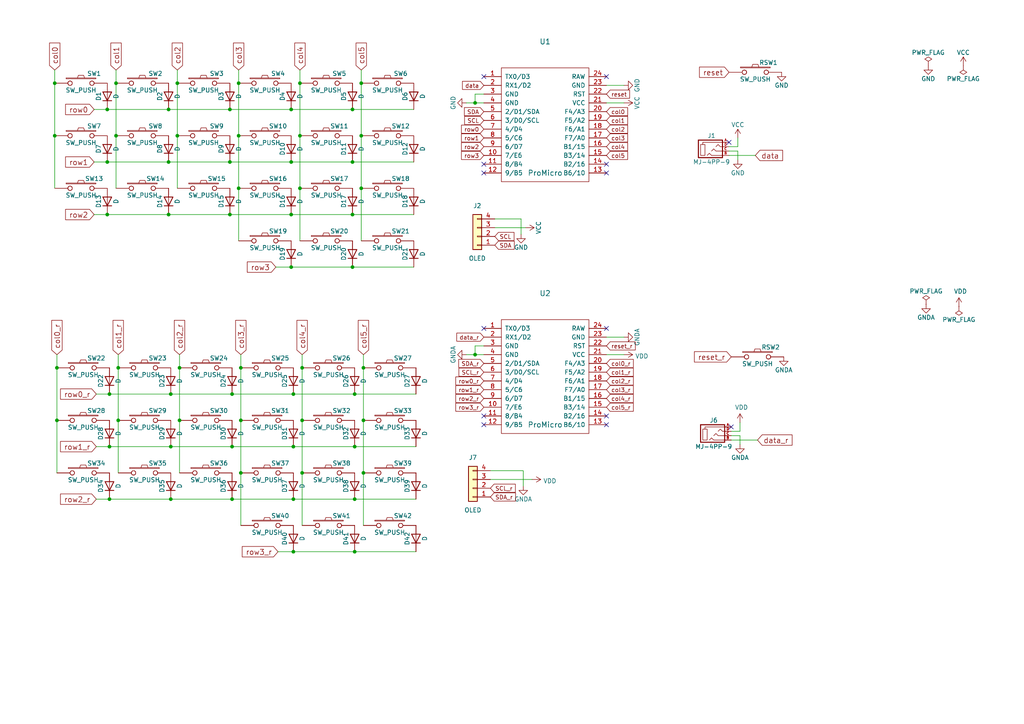
<source format=kicad_sch>
(kicad_sch (version 20230121) (generator eeschema)
  (paper "A4")
  (title_block (title "Corne Light") (date "2020-10-13") (rev "2.0") (company "foostan"))
  (lib_symbols
    (symbol "Connector_Generic:Conn_01x04" (pin_names (offset 1.016) hide)
      (property "Reference" "J" (at 0 5.08 0))
      (property "Value" "Conn_01x04" (at 0 -7.62 0))
      (symbol "Conn_01x04_1_1"
        (rectangle (start -1.27 -4.953) (end 0 -5.207) (stroke (width 0.1524)))
        (rectangle (start -1.27 -2.413) (end 0 -2.667) (stroke (width 0.1524)))
        (rectangle (start -1.27 0.127) (end 0 -0.127) (stroke (width 0.1524)))
        (rectangle (start -1.27 2.667) (end 0 2.413) (stroke (width 0.1524)))
        (rectangle (start -1.27 3.81) (end 1.27 -6.35) (stroke (width 0.254)) (fill (type background)))
        (pin passive line (at -5.08 2.54 0) (length 3.81) (name "Pin_1") (number "1"))
        (pin passive line (at -5.08 0 0) (length 3.81) (name "Pin_2") (number "2"))
        (pin passive line (at -5.08 -2.54 0) (length 3.81) (name "Pin_3") (number "3"))
        (pin passive line (at -5.08 -5.08 0) (length 3.81) (name "Pin_4") (number "4"))
      )
    )
    (symbol "Device:D" (pin_numbers hide) (pin_names (offset 1.016) hide)
      (property "Reference" "D" (at 0 2.54 0))
      (property "Value" "D" (at 0 -2.54 0))
      (symbol "D_0_1"
        (polyline (pts (xy -1.27 1.27) (xy -1.27 -1.27)) (stroke (width 0.254)))
        (polyline (pts (xy 1.27 0) (xy -1.27 0)))
        (polyline (pts (xy 1.27 1.27) (xy 1.27 -1.27) (xy -1.27 0) (xy 1.27 1.27)) (stroke (width 0.254)))
      )
      (symbol "D_1_1"
        (pin passive line (at -3.81 0 0) (length 2.54) (name "K") (number "1"))
        (pin passive line (at 3.81 0 180) (length 2.54) (name "A") (number "2"))
      )
    )
    (symbol "corne-light-rescue:MJ-4PP-9-kbd" (pin_names (offset 1.016))
      (property "Reference" "J" (at 0 3.81 0))
      (property "Value" "kbd_MJ-4PP-9" (at 0 -3.81 0))
      (symbol "MJ-4PP-9-kbd_0_1"
        (rectangle (start -1.905 -1.905) (end -3.175 1.27))
        (polyline (pts (xy -2.54 1.27) (xy -2.54 1.905) (xy 3.175 1.905)))
        (polyline (pts (xy -1.27 -1.905) (xy -0.635 -1.27) (xy 0 -1.905) (xy 3.175 -1.905)))
        (polyline (pts (xy 0 -0.635) (xy 0.635 0) (xy 1.27 -0.635) (xy 3.175 -0.635)))
        (polyline (pts (xy 1.27 0.635) (xy 1.905 1.27) (xy 2.54 0.635) (xy 3.175 0.635)))
        (rectangle (start 3.175 2.54) (end -3.81 -2.54) (stroke (width 0.3048)))
      )
      (symbol "MJ-4PP-9-kbd_1_1"
        (pin input line (at 5.08 1.905 180) (length 2.0066) (name "~") (number "A"))
        (pin input line (at 5.08 -1.905 180) (length 2.0066) (name "~") (number "B"))
        (pin input line (at 5.08 -0.635 180) (length 2.0066) (name "~") (number "C"))
        (pin input line (at 5.08 0.635 180) (length 2.0066) (name "~") (number "D"))
      )
    )
    (symbol "corne-light-rescue:ProMicro-kbd" (pin_names (offset 1.016))
      (property "Reference" "U" (at 0 19.05 0))
      (property "Value" "kbd_ProMicro" (at 0 -19.05 0))
      (symbol "ProMicro-kbd_0_1"
        (rectangle (start -12.7 16.51) (end 12.7 -16.51))
      )
      (symbol "ProMicro-kbd_1_1"
        (pin bidirectional line (at -17.78 13.97 0) (length 5.08) (name "TX0/D3") (number "1"))
        (pin bidirectional line (at -17.78 -8.89 0) (length 5.08) (name "7/E6") (number "10"))
        (pin bidirectional line (at -17.78 -11.43 0) (length 5.08) (name "8/B4") (number "11"))
        (pin bidirectional line (at -17.78 -13.97 0) (length 5.08) (name "9/B5") (number "12"))
        (pin bidirectional line (at 17.78 -13.97 180) (length 5.08) (name "B6/10") (number "13"))
        (pin bidirectional line (at 17.78 -11.43 180) (length 5.08) (name "B2/16") (number "14"))
        (pin bidirectional line (at 17.78 -8.89 180) (length 5.08) (name "B3/14") (number "15"))
        (pin bidirectional line (at 17.78 -6.35 180) (length 5.08) (name "B1/15") (number "16"))
        (pin bidirectional line (at 17.78 -3.81 180) (length 5.08) (name "F7/A0") (number "17"))
        (pin bidirectional line (at 17.78 -1.27 180) (length 5.08) (name "F6/A1") (number "18"))
        (pin bidirectional line (at 17.78 1.27 180) (length 5.08) (name "F5/A2") (number "19"))
        (pin bidirectional line (at -17.78 11.43 0) (length 5.08) (name "RX1/D2") (number "2"))
        (pin bidirectional line (at 17.78 3.81 180) (length 5.08) (name "F4/A3") (number "20"))
        (pin power_in line (at 17.78 6.35 180) (length 5.08) (name "VCC") (number "21"))
        (pin input line (at 17.78 8.89 180) (length 5.08) (name "RST") (number "22"))
        (pin power_in line (at 17.78 11.43 180) (length 5.08) (name "GND") (number "23"))
        (pin power_out line (at 17.78 13.97 180) (length 5.08) (name "RAW") (number "24"))
        (pin power_in line (at -17.78 8.89 0) (length 5.08) (name "GND") (number "3"))
        (pin power_in line (at -17.78 6.35 0) (length 5.08) (name "GND") (number "4"))
        (pin bidirectional line (at -17.78 3.81 0) (length 5.08) (name "2/D1/SDA") (number "5"))
        (pin bidirectional line (at -17.78 1.27 0) (length 5.08) (name "3/D0/SCL") (number "6"))
        (pin bidirectional line (at -17.78 -1.27 0) (length 5.08) (name "4/D4") (number "7"))
        (pin bidirectional line (at -17.78 -3.81 0) (length 5.08) (name "5/C6") (number "8"))
        (pin bidirectional line (at -17.78 -6.35 0) (length 5.08) (name "6/D7") (number "9"))
      )
    )
    (symbol "corne-light-rescue:SW_PUSH-kbd" (pin_numbers hide) (pin_names (offset 1.016) hide)
      (property "Reference" "SW" (at 3.81 2.794 0))
      (property "Value" "kbd_SW_PUSH" (at 0 -2.032 0))
      (symbol "SW_PUSH-kbd_0_1"
        (rectangle (start -4.318 1.27) (end 4.318 1.524))
        (polyline (pts (xy -1.016 1.524) (xy -0.762 2.286) (xy 0.762 2.286) (xy 1.016 1.524)))
        (pin passive inverted (at -7.62 0 0) (length 5.08) (name "1") (number "1"))
        (pin passive inverted (at 7.62 0 180) (length 5.08) (name "2") (number "2"))
      )
    )
    (symbol "power:GND" (power) (pin_names (offset 0))
      (property "Value" "GND" (at 0 -3.81 0))
      (symbol "GND_0_1"
        (polyline (pts (xy 0 0) (xy 0 -1.27) (xy 1.27 -1.27) (xy 0 -2.54) (xy -1.27 -1.27) (xy 0 -1.27)))
      )
      (symbol "GND_1_1"
        (pin power_in line (at 0 0 270) (length 0) hide (name "GND") (number "1"))
      )
    )
    (symbol "power:GNDA" (power) (pin_names (offset 0))
      (property "Value" "GNDA" (at 0 -3.81 0))
      (symbol "GNDA_0_1"
        (polyline (pts (xy 0 0) (xy 0 -1.27) (xy 1.27 -1.27) (xy 0 -2.54) (xy -1.27 -1.27) (xy 0 -1.27)))
      )
      (symbol "GNDA_1_1"
        (pin power_in line (at 0 0 270) (length 0) hide (name "GNDA") (number "1"))
      )
    )
    (symbol "power:PWR_FLAG" (power) (pin_numbers hide) (pin_names (offset 0) hide)
      (property "Value" "PWR_FLAG" (at 0 3.81 0))
      (symbol "PWR_FLAG_0_0"
        (pin power_out line (at 0 0 90) (length 0) (name "pwr") (number "1"))
      )
      (symbol "PWR_FLAG_0_1"
        (polyline (pts (xy 0 0) (xy 0 1.27) (xy -1.016 1.905) (xy 0 2.54) (xy 1.016 1.905) (xy 0 1.27)))
      )
    )
    (symbol "power:VCC" (power) (pin_names (offset 0))
      (property "Value" "VCC" (at 0 3.81 0))
      (symbol "VCC_0_1"
        (polyline (pts (xy -0.762 1.27) (xy 0 2.54)))
        (polyline (pts (xy 0 0) (xy 0 2.54)))
        (polyline (pts (xy 0 2.54) (xy 0.762 1.27)))
      )
      (symbol "VCC_1_1"
        (pin power_in line (at 0 0 90) (length 0) hide (name "VCC") (number "1"))
      )
    )
    (symbol "power:VDD" (power) (pin_names (offset 0))
      (property "Value" "VDD" (at 0 3.81 0))
      (symbol "VDD_0_1"
        (polyline (pts (xy -0.762 1.27) (xy 0 2.54)))
        (polyline (pts (xy 0 0) (xy 0 2.54)))
        (polyline (pts (xy 0 2.54) (xy 0.762 1.27)))
      )
      (symbol "VDD_1_1"
        (pin power_in line (at 0 0 90) (length 0) hide (name "VDD") (number "1"))
      )
    )
  )
  (junction (at 34.29 106.68))
  (junction (at 105.41 121.92))
  (junction (at 69.215 54.61))
  (junction (at 16.51 106.68))
  (junction (at 104.775 39.37))
  (junction (at 49.53 114.3))
  (junction (at 48.895 62.23))
  (junction (at 48.895 31.75))
  (junction (at 16.51 121.92))
  (junction (at 31.75 114.3))
  (junction (at 69.85 106.68))
  (junction (at 87.63 121.92))
  (junction (at 102.87 144.78))
  (junction (at 87.63 106.68))
  (junction (at 87.63 137.16))
  (junction (at 31.75 129.54))
  (junction (at 102.87 129.54))
  (junction (at 51.435 39.37))
  (junction (at 102.235 46.99))
  (junction (at 31.75 144.78))
  (junction (at 31.115 31.75))
  (junction (at 69.215 24.13))
  (junction (at 66.675 62.23))
  (junction (at 102.87 160.02))
  (junction (at 52.07 106.68))
  (junction (at 69.85 121.92))
  (junction (at 85.09 160.02))
  (junction (at 84.455 62.23))
  (junction (at 86.995 39.37))
  (junction (at 67.31 144.78))
  (junction (at 48.895 46.99))
  (junction (at 69.215 39.37))
  (junction (at 52.07 121.92))
  (junction (at 67.31 114.3))
  (junction (at 31.115 62.23))
  (junction (at 105.41 137.16))
  (junction (at 84.455 77.47))
  (junction (at 67.31 129.54))
  (junction (at 104.775 24.13))
  (junction (at 102.235 77.47))
  (junction (at 86.995 24.13))
  (junction (at 31.115 46.99))
  (junction (at 85.09 144.78))
  (junction (at 84.455 31.75))
  (junction (at 137.795 102.87))
  (junction (at 85.09 129.54))
  (junction (at 66.675 31.75))
  (junction (at 85.09 114.3))
  (junction (at 33.655 24.13))
  (junction (at 102.235 31.75))
  (junction (at 49.53 144.78))
  (junction (at 86.995 54.61))
  (junction (at 102.235 62.23))
  (junction (at 137.795 29.845))
  (junction (at 69.85 137.16))
  (junction (at 51.435 24.13))
  (junction (at 49.53 129.54))
  (junction (at 34.29 121.92))
  (junction (at 15.875 39.37))
  (junction (at 15.875 24.13))
  (junction (at 102.87 114.3))
  (junction (at 105.41 106.68))
  (junction (at 33.655 39.37))
  (junction (at 104.775 54.61))
  (junction (at 84.455 46.99))
  (junction (at 66.675 46.99))
  (no_connect (at 175.895 22.225))
  (no_connect (at 140.335 47.625))
  (no_connect (at 212.09 123.825))
  (no_connect (at 140.335 95.25))
  (no_connect (at 140.335 50.165))
  (no_connect (at 6.35 -20.955))
  (no_connect (at 175.895 123.19))
  (no_connect (at 175.895 47.625))
  (no_connect (at 175.895 50.165))
  (no_connect (at 175.895 120.65))
  (no_connect (at 211.455 41.275))
  (no_connect (at 140.335 120.65))
  (no_connect (at 140.335 22.225))
  (no_connect (at 175.895 95.25))
  (no_connect (at 140.335 123.19))
  (wire (pts (xy 69.85 106.68) (xy 69.85 121.92)))
  (wire (pts (xy 69.215 54.61) (xy 69.215 69.85)))
  (wire (pts (xy 34.29 102.87) (xy 34.29 106.68)))
  (wire (pts (xy 86.995 24.13) (xy 86.995 39.37)))
  (wire (pts (xy 175.895 29.845) (xy 180.975 29.845)))
  (wire (pts (xy 105.41 106.68) (xy 105.41 121.92)))
  (wire (pts (xy 212.09 125.095) (xy 214.63 125.095)))
  (wire (pts (xy 31.115 46.99) (xy 48.895 46.99)))
  (wire (pts (xy 15.875 20.32) (xy 15.875 24.13)))
  (wire (pts (xy 27.305 31.75) (xy 31.115 31.75)))
  (wire (pts (xy 140.335 100.33) (xy 137.795 100.33)))
  (wire (pts (xy 105.41 121.92) (xy 105.41 137.16)))
  (wire (pts (xy 140.335 27.305) (xy 137.795 27.305)))
  (wire (pts (xy 102.87 144.78) (xy 120.65 144.78)))
  (wire (pts (xy 102.235 77.47) (xy 120.015 77.47)))
  (wire (pts (xy 27.305 62.23) (xy 31.115 62.23)))
  (wire (pts (xy 102.87 129.54) (xy 120.65 129.54)))
  (wire (pts (xy 102.87 114.3) (xy 120.65 114.3)))
  (wire (pts (xy 85.09 160.02) (xy 102.87 160.02)))
  (wire (pts (xy 34.29 106.68) (xy 34.29 121.92)))
  (wire (pts (xy 31.75 129.54) (xy 49.53 129.54)))
  (wire (pts (xy 87.63 106.68) (xy 87.63 121.92)))
  (wire (pts (xy 151.13 67.945) (xy 151.13 63.5)))
  (wire (pts (xy 142.24 139.065) (xy 154.305 139.065)))
  (wire (pts (xy 49.53 129.54) (xy 67.31 129.54)))
  (wire (pts (xy 15.875 39.37) (xy 15.875 54.61)))
  (wire (pts (xy 31.115 31.75) (xy 48.895 31.75)))
  (wire (pts (xy 84.455 46.99) (xy 102.235 46.99)))
  (wire (pts (xy 102.235 46.99) (xy 120.015 46.99)))
  (wire (pts (xy 137.795 29.845) (xy 140.335 29.845)))
  (wire (pts (xy 175.895 24.765) (xy 180.975 24.765)))
  (wire (pts (xy 67.31 114.3) (xy 85.09 114.3)))
  (wire (pts (xy 105.41 102.87) (xy 105.41 106.68)))
  (wire (pts (xy 69.215 20.32) (xy 69.215 24.13)))
  (wire (pts (xy 213.995 42.545) (xy 213.995 40.005)))
  (wire (pts (xy 137.795 102.87) (xy 140.335 102.87)))
  (wire (pts (xy 31.115 62.23) (xy 48.895 62.23)))
  (wire (pts (xy 151.765 136.525) (xy 151.765 140.97)))
  (wire (pts (xy 67.31 144.78) (xy 85.09 144.78)))
  (wire (pts (xy 66.675 46.99) (xy 84.455 46.99)))
  (wire (pts (xy 211.455 42.545) (xy 213.995 42.545)))
  (wire (pts (xy 86.995 54.61) (xy 86.995 69.85)))
  (wire (pts (xy 212.09 127.635) (xy 219.71 127.635)))
  (wire (pts (xy 214.63 126.365) (xy 214.63 128.905)))
  (wire (pts (xy 85.09 129.54) (xy 102.87 129.54)))
  (wire (pts (xy 214.63 125.095) (xy 214.63 122.555)))
  (wire (pts (xy 86.995 39.37) (xy 86.995 54.61)))
  (wire (pts (xy 211.455 45.085) (xy 219.075 45.085)))
  (wire (pts (xy 27.94 129.54) (xy 31.75 129.54)))
  (wire (pts (xy 84.455 62.23) (xy 102.235 62.23)))
  (wire (pts (xy 16.51 121.92) (xy 16.51 137.16)))
  (wire (pts (xy 67.31 129.54) (xy 85.09 129.54)))
  (wire (pts (xy 85.09 114.3) (xy 102.87 114.3)))
  (wire (pts (xy 69.215 24.13) (xy 69.215 39.37)))
  (wire (pts (xy 27.94 144.78) (xy 31.75 144.78)))
  (wire (pts (xy 84.455 77.47) (xy 102.235 77.47)))
  (wire (pts (xy 87.63 102.87) (xy 87.63 106.68)))
  (wire (pts (xy 137.795 100.33) (xy 137.795 102.87)))
  (wire (pts (xy 66.675 62.23) (xy 84.455 62.23)))
  (wire (pts (xy 34.29 121.92) (xy 34.29 137.16)))
  (wire (pts (xy 16.51 102.87) (xy 16.51 106.68)))
  (wire (pts (xy 175.895 102.87) (xy 180.975 102.87)))
  (wire (pts (xy 27.94 114.3) (xy 31.75 114.3)))
  (wire (pts (xy 102.235 62.23) (xy 120.015 62.23)))
  (wire (pts (xy 135.255 102.87) (xy 137.795 102.87)))
  (wire (pts (xy 27.305 46.99) (xy 31.115 46.99)))
  (wire (pts (xy 142.24 136.525) (xy 151.765 136.525)))
  (wire (pts (xy 48.895 62.23) (xy 66.675 62.23)))
  (wire (pts (xy 104.775 39.37) (xy 104.775 54.61)))
  (wire (pts (xy 151.13 63.5) (xy 143.51 63.5)))
  (wire (pts (xy 137.795 27.305) (xy 137.795 29.845)))
  (wire (pts (xy 175.895 97.79) (xy 180.975 97.79)))
  (wire (pts (xy 135.255 29.845) (xy 137.795 29.845)))
  (wire (pts (xy 33.655 24.13) (xy 33.655 39.37)))
  (wire (pts (xy 51.435 20.32) (xy 51.435 24.13)))
  (wire (pts (xy 102.235 31.75) (xy 120.015 31.75)))
  (wire (pts (xy 69.85 121.92) (xy 69.85 137.16)))
  (wire (pts (xy 31.75 144.78) (xy 49.53 144.78)))
  (wire (pts (xy 104.775 24.13) (xy 104.775 39.37)))
  (wire (pts (xy 84.455 31.75) (xy 102.235 31.75)))
  (wire (pts (xy 143.51 66.04) (xy 152.4 66.04)))
  (wire (pts (xy 211.455 43.815) (xy 213.995 43.815)))
  (wire (pts (xy 52.07 121.92) (xy 52.07 137.16)))
  (wire (pts (xy 104.775 54.61) (xy 104.775 69.85)))
  (wire (pts (xy 49.53 114.3) (xy 67.31 114.3)))
  (wire (pts (xy 102.87 160.02) (xy 120.65 160.02)))
  (wire (pts (xy 48.895 46.99) (xy 66.675 46.99)))
  (wire (pts (xy 33.655 39.37) (xy 33.655 54.61)))
  (wire (pts (xy 51.435 39.37) (xy 51.435 54.61)))
  (wire (pts (xy 80.645 160.02) (xy 85.09 160.02)))
  (wire (pts (xy 104.775 20.32) (xy 104.775 24.13)))
  (wire (pts (xy 87.63 121.92) (xy 87.63 137.16)))
  (wire (pts (xy 69.85 137.16) (xy 69.85 152.4)))
  (wire (pts (xy 69.85 102.87) (xy 69.85 106.68)))
  (wire (pts (xy 48.895 31.75) (xy 66.675 31.75)))
  (wire (pts (xy 105.41 137.16) (xy 105.41 152.4)))
  (wire (pts (xy 16.51 106.68) (xy 16.51 121.92)))
  (wire (pts (xy 69.215 39.37) (xy 69.215 54.61)))
  (wire (pts (xy 52.07 102.87) (xy 52.07 106.68)))
  (wire (pts (xy 33.655 20.32) (xy 33.655 24.13)))
  (wire (pts (xy 80.01 77.47) (xy 84.455 77.47)))
  (wire (pts (xy 87.63 137.16) (xy 87.63 152.4)))
  (wire (pts (xy 86.995 20.32) (xy 86.995 24.13)))
  (wire (pts (xy 15.875 24.13) (xy 15.875 39.37)))
  (wire (pts (xy 66.675 31.75) (xy 84.455 31.75)))
  (wire (pts (xy 52.07 106.68) (xy 52.07 121.92)))
  (wire (pts (xy 51.435 24.13) (xy 51.435 39.37)))
  (wire (pts (xy 213.995 43.815) (xy 213.995 46.355)))
  (wire (pts (xy 85.09 144.78) (xy 102.87 144.78)))
  (wire (pts (xy 49.53 144.78) (xy 67.31 144.78)))
  (wire (pts (xy 31.75 114.3) (xy 49.53 114.3)))
  (wire (pts (xy 212.09 126.365) (xy 214.63 126.365)))
  (global_label "row2_r" (shape input) (at 140.335 115.57 180) (effects (font (size 1.1938 1.1938))) (property "Intersheetrefs" "${INTERSHEET_REFS}" (effects hide)))
  (global_label "row0_r" (shape input) (at 27.94 114.3 180) (effects (font (size 1.524 1.524))) (property "Intersheetrefs" "${INTERSHEET_REFS}" (effects hide)))
  (global_label "SCL" (shape input) (at 143.51 68.58 0) (effects (font (size 1.1938 1.1938))) (property "Intersheetrefs" "${INTERSHEET_REFS}" (effects hide)))
  (global_label "reset_r" (shape input) (at 212.09 103.505 180) (effects (font (size 1.524 1.524))) (property "Intersheetrefs" "${INTERSHEET_REFS}" (effects hide)))
  (global_label "SCL_r" (shape input) (at 142.24 141.605 0) (effects (font (size 1.1938 1.1938))) (property "Intersheetrefs" "${INTERSHEET_REFS}" (effects hide)))
  (global_label "col1" (shape input) (at 33.655 20.32 90) (effects (font (size 1.524 1.524))) (property "Intersheetrefs" "${INTERSHEET_REFS}" (effects hide)))
  (global_label "row1_r" (shape input) (at 27.94 129.54 180) (effects (font (size 1.524 1.524))) (property "Intersheetrefs" "${INTERSHEET_REFS}" (effects hide)))
  (global_label "data_r" (shape input) (at 219.71 127.635 0) (effects (font (size 1.524 1.524))) (property "Intersheetrefs" "${INTERSHEET_REFS}" (effects hide)))
  (global_label "reset" (shape input) (at 175.895 27.305 0) (effects (font (size 1.1938 1.1938))) (property "Intersheetrefs" "${INTERSHEET_REFS}" (effects hide)))
  (global_label "row0" (shape input) (at 27.305 31.75 180) (effects (font (size 1.524 1.524))) (property "Intersheetrefs" "${INTERSHEET_REFS}" (effects hide)))
  (global_label "row0" (shape input) (at 140.335 37.465 180) (effects (font (size 1.1938 1.1938))) (property "Intersheetrefs" "${INTERSHEET_REFS}" (effects hide)))
  (global_label "col1_r" (shape input) (at 175.895 107.95 0) (effects (font (size 1.1938 1.1938))) (property "Intersheetrefs" "${INTERSHEET_REFS}" (effects hide)))
  (global_label "col5" (shape input) (at 104.775 20.32 90) (effects (font (size 1.524 1.524))) (property "Intersheetrefs" "${INTERSHEET_REFS}" (effects hide)))
  (global_label "col4_r" (shape input) (at 87.63 102.87 90) (effects (font (size 1.524 1.524))) (property "Intersheetrefs" "${INTERSHEET_REFS}" (effects hide)))
  (global_label "SDA" (shape input) (at 140.335 32.385 180) (effects (font (size 1.1938 1.1938))) (property "Intersheetrefs" "${INTERSHEET_REFS}" (effects hide)))
  (global_label "col4_r" (shape input) (at 175.895 115.57 0) (effects (font (size 1.1938 1.1938))) (property "Intersheetrefs" "${INTERSHEET_REFS}" (effects hide)))
  (global_label "row2" (shape input) (at 27.305 62.23 180) (effects (font (size 1.524 1.524))) (property "Intersheetrefs" "${INTERSHEET_REFS}" (effects hide)))
  (global_label "row1" (shape input) (at 27.305 46.99 180) (effects (font (size 1.524 1.524))) (property "Intersheetrefs" "${INTERSHEET_REFS}" (effects hide)))
  (global_label "row3_r" (shape input) (at 80.645 160.02 180) (effects (font (size 1.524 1.524))) (property "Intersheetrefs" "${INTERSHEET_REFS}" (effects hide)))
  (global_label "col3_r" (shape input) (at 175.895 113.03 0) (effects (font (size 1.1938 1.1938))) (property "Intersheetrefs" "${INTERSHEET_REFS}" (effects hide)))
  (global_label "SDA" (shape input) (at 143.51 71.12 0) (effects (font (size 1.1938 1.1938))) (property "Intersheetrefs" "${INTERSHEET_REFS}" (effects hide)))
  (global_label "col0_r" (shape input) (at 175.895 105.41 0) (effects (font (size 1.1938 1.1938))) (property "Intersheetrefs" "${INTERSHEET_REFS}" (effects hide)))
  (global_label "col1_r" (shape input) (at 34.29 102.87 90) (effects (font (size 1.524 1.524))) (property "Intersheetrefs" "${INTERSHEET_REFS}" (effects hide)))
  (global_label "col0_r" (shape input) (at 16.51 102.87 90) (effects (font (size 1.524 1.524))) (property "Intersheetrefs" "${INTERSHEET_REFS}" (effects hide)))
  (global_label "col2_r" (shape input) (at 52.07 102.87 90) (effects (font (size 1.524 1.524))) (property "Intersheetrefs" "${INTERSHEET_REFS}" (effects hide)))
  (global_label "col1" (shape input) (at 175.895 34.925 0) (effects (font (size 1.1938 1.1938))) (property "Intersheetrefs" "${INTERSHEET_REFS}" (effects hide)))
  (global_label "row3_r" (shape input) (at 140.335 118.11 180) (effects (font (size 1.1938 1.1938))) (property "Intersheetrefs" "${INTERSHEET_REFS}" (effects hide)))
  (global_label "col3_r" (shape input) (at 69.85 102.87 90) (effects (font (size 1.524 1.524))) (property "Intersheetrefs" "${INTERSHEET_REFS}" (effects hide)))
  (global_label "col4" (shape input) (at 86.995 20.32 90) (effects (font (size 1.524 1.524))) (property "Intersheetrefs" "${INTERSHEET_REFS}" (effects hide)))
  (global_label "col4" (shape input) (at 175.895 42.545 0) (effects (font (size 1.1938 1.1938))) (property "Intersheetrefs" "${INTERSHEET_REFS}" (effects hide)))
  (global_label "col3" (shape input) (at 69.215 20.32 90) (effects (font (size 1.524 1.524))) (property "Intersheetrefs" "${INTERSHEET_REFS}" (effects hide)))
  (global_label "SCL" (shape input) (at 140.335 34.925 180) (effects (font (size 1.1938 1.1938))) (property "Intersheetrefs" "${INTERSHEET_REFS}" (effects hide)))
  (global_label "col5" (shape input) (at 175.895 45.085 0) (effects (font (size 1.1938 1.1938))) (property "Intersheetrefs" "${INTERSHEET_REFS}" (effects hide)))
  (global_label "col5_r" (shape input) (at 175.895 118.11 0) (effects (font (size 1.1938 1.1938))) (property "Intersheetrefs" "${INTERSHEET_REFS}" (effects hide)))
  (global_label "col5_r" (shape input) (at 105.41 102.87 90) (effects (font (size 1.524 1.524))) (property "Intersheetrefs" "${INTERSHEET_REFS}" (effects hide)))
  (global_label "col2_r" (shape input) (at 175.895 110.49 0) (effects (font (size 1.1938 1.1938))) (property "Intersheetrefs" "${INTERSHEET_REFS}" (effects hide)))
  (global_label "reset_r" (shape input) (at 175.895 100.33 0) (effects (font (size 1.1938 1.1938))) (property "Intersheetrefs" "${INTERSHEET_REFS}" (effects hide)))
  (global_label "row3" (shape input) (at 80.01 77.47 180) (effects (font (size 1.524 1.524))) (property "Intersheetrefs" "${INTERSHEET_REFS}" (effects hide)))
  (global_label "row2_r" (shape input) (at 27.94 144.78 180) (effects (font (size 1.524 1.524))) (property "Intersheetrefs" "${INTERSHEET_REFS}" (effects hide)))
  (global_label "col3" (shape input) (at 175.895 40.005 0) (effects (font (size 1.1938 1.1938))) (property "Intersheetrefs" "${INTERSHEET_REFS}" (effects hide)))
  (global_label "col2" (shape input) (at 175.895 37.465 0) (effects (font (size 1.1938 1.1938))) (property "Intersheetrefs" "${INTERSHEET_REFS}" (effects hide)))
  (global_label "reset" (shape input) (at 211.455 20.955 180) (effects (font (size 1.524 1.524))) (property "Intersheetrefs" "${INTERSHEET_REFS}" (effects hide)))
  (global_label "SCL_r" (shape input) (at 140.335 107.95 180) (effects (font (size 1.1938 1.1938))) (property "Intersheetrefs" "${INTERSHEET_REFS}" (effects hide)))
  (global_label "SDA_r" (shape input) (at 142.24 144.145 0) (effects (font (size 1.1938 1.1938))) (property "Intersheetrefs" "${INTERSHEET_REFS}" (effects hide)))
  (global_label "SDA_r" (shape input) (at 140.335 105.41 180) (effects (font (size 1.1938 1.1938))) (property "Intersheetrefs" "${INTERSHEET_REFS}" (effects hide)))
  (global_label "row0_r" (shape input) (at 140.335 110.49 180) (effects (font (size 1.1938 1.1938))) (property "Intersheetrefs" "${INTERSHEET_REFS}" (effects hide)))
  (global_label "data" (shape input) (at 219.075 45.085 0) (effects (font (size 1.524 1.524))) (property "Intersheetrefs" "${INTERSHEET_REFS}" (effects hide)))
  (global_label "row3" (shape input) (at 140.335 45.085 180) (effects (font (size 1.1938 1.1938))) (property "Intersheetrefs" "${INTERSHEET_REFS}" (effects hide)))
  (global_label "col0" (shape input) (at 15.875 20.32 90) (effects (font (size 1.524 1.524))) (property "Intersheetrefs" "${INTERSHEET_REFS}" (effects hide)))
  (global_label "data_r" (shape input) (at 140.335 97.79 180) (effects (font (size 1.1938 1.1938))) (property "Intersheetrefs" "${INTERSHEET_REFS}" (effects hide)))
  (global_label "row1" (shape input) (at 140.335 40.005 180) (effects (font (size 1.1938 1.1938))) (property "Intersheetrefs" "${INTERSHEET_REFS}" (effects hide)))
  (global_label "col2" (shape input) (at 51.435 20.32 90) (effects (font (size 1.524 1.524))) (property "Intersheetrefs" "${INTERSHEET_REFS}" (effects hide)))
  (global_label "col0" (shape input) (at 175.895 32.385 0) (effects (font (size 1.1938 1.1938))) (property "Intersheetrefs" "${INTERSHEET_REFS}" (effects hide)))
  (global_label "row1_r" (shape input) (at 140.335 113.03 180) (effects (font (size 1.1938 1.1938))) (property "Intersheetrefs" "${INTERSHEET_REFS}" (effects hide)))
  (global_label "row2" (shape input) (at 140.335 42.545 180) (effects (font (size 1.1938 1.1938))) (property "Intersheetrefs" "${INTERSHEET_REFS}" (effects hide)))
  (global_label "data" (shape input) (at 140.335 24.765 180) (effects (font (size 1.1938 1.1938))) (property "Intersheetrefs" "${INTERSHEET_REFS}" (effects hide)))
  (symbol (lib_id "corne-light-rescue:ProMicro-kbd") (at 158.115 36.195 0) (unit 1)
    (property "Reference" "U1" (at 158.115 12.065 0) (effects (font (size 1.524 1.524))))
    (property "Value" "ProMicro" (at 158.115 50.165 0) (effects (font (size 1.524 1.524))))
    (property "Footprint" "kbd:ProMicro_v3" (effects hide))
  )
  (symbol (lib_id "corne-light-rescue:SW_PUSH-kbd") (at 41.275 24.13 0) (unit 1)
    (property "Reference" "SW2" (at 45.085 21.336 0))
    (property "Value" "SW_PUSH" (at 41.275 26.162 0))
    (property "Footprint" "kbd:CherryMX_ChocV2_1u" (effects hide))
  )
  (symbol (lib_id "Device:D") (at 48.895 27.94 90) (unit 1)
    (property "Reference" "D2" (at 46.355 27.94 0))
    (property "Value" "D" (at 51.435 27.94 0))
    (property "Footprint" "kbd:D3_TH" (effects hide))
  )
  (symbol (lib_id "corne-light-rescue:SW_PUSH-kbd") (at 59.055 24.13 0) (unit 1)
    (property "Reference" "SW3" (at 62.865 21.336 0))
    (property "Value" "SW_PUSH" (at 59.055 26.162 0))
    (property "Footprint" "kbd:CherryMX_ChocV2_1u" (effects hide))
  )
  (symbol (lib_id "Device:D") (at 66.675 27.94 90) (unit 1)
    (property "Reference" "D3" (at 64.135 27.94 0))
    (property "Value" "D" (at 69.215 27.94 0))
    (property "Footprint" "kbd:D3_TH" (effects hide))
  )
  (symbol (lib_id "corne-light-rescue:SW_PUSH-kbd") (at 76.835 24.13 0) (unit 1)
    (property "Reference" "SW4" (at 80.645 21.336 0))
    (property "Value" "SW_PUSH" (at 76.835 26.162 0))
    (property "Footprint" "kbd:CherryMX_ChocV2_1u" (effects hide))
  )
  (symbol (lib_id "corne-light-rescue:SW_PUSH-kbd") (at 94.615 24.13 0) (unit 1)
    (property "Reference" "SW5" (at 98.425 21.336 0))
    (property "Value" "SW_PUSH" (at 94.615 26.162 0))
    (property "Footprint" "kbd:CherryMX_ChocV2_1u" (effects hide))
  )
  (symbol (lib_id "corne-light-rescue:SW_PUSH-kbd") (at 112.395 24.13 0) (unit 1)
    (property "Reference" "SW6" (at 116.205 21.336 0))
    (property "Value" "SW_PUSH" (at 112.395 26.162 0))
    (property "Footprint" "kbd:CherryMX_ChocV2_1u" (effects hide))
  )
  (symbol (lib_id "Device:D") (at 84.455 27.94 90) (unit 1)
    (property "Reference" "D4" (at 81.915 27.94 0))
    (property "Value" "D" (at 86.995 27.94 0))
    (property "Footprint" "kbd:D3_TH" (effects hide))
  )
  (symbol (lib_id "Device:D") (at 102.235 27.94 90) (unit 1)
    (property "Reference" "D5" (at 99.695 27.94 0))
    (property "Value" "D" (at 104.775 27.94 0))
    (property "Footprint" "kbd:D3_TH" (effects hide))
  )
  (symbol (lib_id "Device:D") (at 120.015 27.94 90) (unit 1)
    (property "Reference" "D6" (at 117.475 27.94 0))
    (property "Value" "D" (at 122.555 27.94 0))
    (property "Footprint" "kbd:D3_TH" (effects hide))
  )
  (symbol (lib_id "corne-light-rescue:SW_PUSH-kbd") (at 23.495 24.13 0) (unit 1)
    (property "Reference" "SW1" (at 27.305 21.336 0))
    (property "Value" "SW_PUSH" (at 23.495 26.162 0))
    (property "Footprint" "kbd:CherryMX_ChocV2_1u" (effects hide))
  )
  (symbol (lib_id "Device:D") (at 31.115 27.94 90) (unit 1)
    (property "Reference" "D1" (at 28.575 27.94 0))
    (property "Value" "D" (at 33.655 27.94 0))
    (property "Footprint" "kbd:D3_TH" (effects hide))
  )
  (symbol (lib_id "corne-light-rescue:SW_PUSH-kbd") (at 41.275 39.37 0) (unit 1)
    (property "Reference" "SW8" (at 45.085 36.576 0))
    (property "Value" "SW_PUSH" (at 41.275 41.402 0))
    (property "Footprint" "kbd:CherryMX_ChocV2_1u" (effects hide))
  )
  (symbol (lib_id "Device:D") (at 48.895 43.18 90) (unit 1)
    (property "Reference" "D8" (at 46.355 43.18 0))
    (property "Value" "D" (at 51.435 43.18 0))
    (property "Footprint" "kbd:D3_TH" (effects hide))
  )
  (symbol (lib_id "corne-light-rescue:SW_PUSH-kbd") (at 59.055 39.37 0) (unit 1)
    (property "Reference" "SW9" (at 62.865 36.576 0))
    (property "Value" "SW_PUSH" (at 59.055 41.402 0))
    (property "Footprint" "kbd:CherryMX_ChocV2_1u" (effects hide))
  )
  (symbol (lib_id "Device:D") (at 66.675 43.18 90) (unit 1)
    (property "Reference" "D9" (at 64.135 43.18 0))
    (property "Value" "D" (at 69.215 43.18 0))
    (property "Footprint" "kbd:D3_TH" (effects hide))
  )
  (symbol (lib_id "corne-light-rescue:SW_PUSH-kbd") (at 76.835 39.37 0) (unit 1)
    (property "Reference" "SW10" (at 80.645 36.576 0))
    (property "Value" "SW_PUSH" (at 76.835 41.402 0))
    (property "Footprint" "kbd:CherryMX_ChocV2_1u" (effects hide))
  )
  (symbol (lib_id "corne-light-rescue:SW_PUSH-kbd") (at 94.615 39.37 0) (unit 1)
    (property "Reference" "SW11" (at 98.425 36.576 0))
    (property "Value" "SW_PUSH" (at 94.615 41.402 0))
    (property "Footprint" "kbd:CherryMX_ChocV2_1u" (effects hide))
  )
  (symbol (lib_id "corne-light-rescue:SW_PUSH-kbd") (at 112.395 39.37 0) (unit 1)
    (property "Reference" "SW12" (at 116.205 36.576 0))
    (property "Value" "SW_PUSH" (at 112.395 41.402 0))
    (property "Footprint" "kbd:CherryMX_ChocV2_1u" (effects hide))
  )
  (symbol (lib_id "Device:D") (at 84.455 43.18 90) (unit 1)
    (property "Reference" "D10" (at 81.915 43.18 0))
    (property "Value" "D" (at 86.995 43.18 0))
    (property "Footprint" "kbd:D3_TH" (effects hide))
  )
  (symbol (lib_id "Device:D") (at 102.235 43.18 90) (unit 1)
    (property "Reference" "D11" (at 99.695 43.18 0))
    (property "Value" "D" (at 104.775 43.18 0))
    (property "Footprint" "kbd:D3_TH" (effects hide))
  )
  (symbol (lib_id "Device:D") (at 120.015 43.18 90) (unit 1)
    (property "Reference" "D12" (at 117.475 43.18 0))
    (property "Value" "D" (at 122.555 43.18 0))
    (property "Footprint" "kbd:D3_TH" (effects hide))
  )
  (symbol (lib_id "corne-light-rescue:SW_PUSH-kbd") (at 23.495 39.37 0) (unit 1)
    (property "Reference" "SW7" (at 27.305 36.576 0))
    (property "Value" "SW_PUSH" (at 23.495 41.402 0))
    (property "Footprint" "kbd:CherryMX_ChocV2_1u" (effects hide))
  )
  (symbol (lib_id "Device:D") (at 31.115 43.18 90) (unit 1)
    (property "Reference" "D7" (at 28.575 43.18 0))
    (property "Value" "D" (at 33.655 43.18 0))
    (property "Footprint" "kbd:D3_TH" (effects hide))
  )
  (symbol (lib_id "corne-light-rescue:SW_PUSH-kbd") (at 41.275 54.61 0) (unit 1)
    (property "Reference" "SW14" (at 45.085 51.816 0))
    (property "Value" "SW_PUSH" (at 41.275 56.642 0))
    (property "Footprint" "kbd:CherryMX_ChocV2_1u" (effects hide))
  )
  (symbol (lib_id "Device:D") (at 48.895 58.42 90) (unit 1)
    (property "Reference" "D14" (at 46.355 58.42 0))
    (property "Value" "D" (at 51.435 58.42 0))
    (property "Footprint" "kbd:D3_TH" (effects hide))
  )
  (symbol (lib_id "corne-light-rescue:SW_PUSH-kbd") (at 59.055 54.61 0) (unit 1)
    (property "Reference" "SW15" (at 62.865 51.816 0))
    (property "Value" "SW_PUSH" (at 59.055 56.642 0))
    (property "Footprint" "kbd:CherryMX_ChocV2_1u" (effects hide))
  )
  (symbol (lib_id "Device:D") (at 66.675 58.42 90) (unit 1)
    (property "Reference" "D15" (at 64.135 58.42 0))
    (property "Value" "D" (at 69.215 58.42 0))
    (property "Footprint" "kbd:D3_TH" (effects hide))
  )
  (symbol (lib_id "corne-light-rescue:SW_PUSH-kbd") (at 76.835 54.61 0) (unit 1)
    (property "Reference" "SW16" (at 80.645 51.816 0))
    (property "Value" "SW_PUSH" (at 76.835 56.642 0))
    (property "Footprint" "kbd:CherryMX_ChocV2_1u" (effects hide))
  )
  (symbol (lib_id "corne-light-rescue:SW_PUSH-kbd") (at 94.615 54.61 0) (unit 1)
    (property "Reference" "SW17" (at 98.425 51.816 0))
    (property "Value" "SW_PUSH" (at 94.615 56.642 0))
    (property "Footprint" "kbd:CherryMX_ChocV2_1u" (effects hide))
  )
  (symbol (lib_id "corne-light-rescue:SW_PUSH-kbd") (at 112.395 54.61 0) (unit 1)
    (property "Reference" "SW18" (at 116.205 51.816 0))
    (property "Value" "SW_PUSH" (at 112.395 56.642 0))
    (property "Footprint" "kbd:CherryMX_ChocV2_1u" (effects hide))
  )
  (symbol (lib_id "Device:D") (at 84.455 58.42 90) (unit 1)
    (property "Reference" "D16" (at 81.915 58.42 0))
    (property "Value" "D" (at 86.995 58.42 0))
    (property "Footprint" "kbd:D3_TH" (effects hide))
  )
  (symbol (lib_id "Device:D") (at 102.235 58.42 90) (unit 1)
    (property "Reference" "D17" (at 99.695 58.42 0))
    (property "Value" "D" (at 104.775 58.42 0))
    (property "Footprint" "kbd:D3_TH" (effects hide))
  )
  (symbol (lib_id "Device:D") (at 120.015 58.42 90) (unit 1)
    (property "Reference" "D18" (at 117.475 58.42 0))
    (property "Value" "D" (at 122.555 58.42 0))
    (property "Footprint" "kbd:D3_TH" (effects hide))
  )
  (symbol (lib_id "corne-light-rescue:SW_PUSH-kbd") (at 23.495 54.61 0) (unit 1)
    (property "Reference" "SW13" (at 27.305 51.816 0))
    (property "Value" "SW_PUSH" (at 23.495 56.642 0))
    (property "Footprint" "kbd:CherryMX_ChocV2_1u" (effects hide))
  )
  (symbol (lib_id "Device:D") (at 31.115 58.42 90) (unit 1)
    (property "Reference" "D13" (at 28.575 58.42 0))
    (property "Value" "D" (at 33.655 58.42 0))
    (property "Footprint" "kbd:D3_TH" (effects hide))
  )
  (symbol (lib_id "corne-light-rescue:SW_PUSH-kbd") (at 94.615 69.85 0) (unit 1)
    (property "Reference" "SW20" (at 98.425 67.056 0))
    (property "Value" "SW_PUSH" (at 94.615 71.882 0))
    (property "Footprint" "kbd:CherryMX_ChocV2_1u" (effects hide))
  )
  (symbol (lib_id "Device:D") (at 102.235 73.66 90) (unit 1)
    (property "Reference" "D20" (at 99.695 73.66 0))
    (property "Value" "D" (at 104.775 73.66 0))
    (property "Footprint" "kbd:D3_TH" (effects hide))
  )
  (symbol (lib_id "corne-light-rescue:SW_PUSH-kbd") (at 112.395 69.85 0) (unit 1)
    (property "Reference" "SW21" (at 116.205 67.056 0))
    (property "Value" "SW_PUSH" (at 112.395 71.882 0))
    (property "Footprint" "kbd:CherryMX_ChocV2_1.5u" (effects hide))
  )
  (symbol (lib_id "Device:D") (at 120.015 73.66 90) (unit 1)
    (property "Reference" "D21" (at 117.475 73.66 0))
    (property "Value" "D" (at 122.555 73.66 0))
    (property "Footprint" "kbd:D3_TH" (effects hide))
  )
  (symbol (lib_id "corne-light-rescue:SW_PUSH-kbd") (at 76.835 69.85 0) (unit 1)
    (property "Reference" "SW19" (at 80.645 67.056 0))
    (property "Value" "SW_PUSH" (at 76.835 71.882 0))
    (property "Footprint" "kbd:CherryMX_ChocV2_1u" (effects hide))
  )
  (symbol (lib_id "Device:D") (at 84.455 73.66 90) (unit 1)
    (property "Reference" "D19" (at 81.915 73.66 0))
    (property "Value" "D" (at 86.995 73.66 0))
    (property "Footprint" "kbd:D3_TH" (effects hide))
  )
  (symbol (lib_id "power:GND") (at 180.975 24.765 90) (unit 1)
    (property "Reference" "#PWR03" (effects hide))
    (property "Value" "GND" (at 184.785 24.765 0))
  )
  (symbol (lib_id "power:VCC") (at 180.975 29.845 270) (unit 1)
    (property "Reference" "#PWR05" (effects hide))
    (property "Value" "VCC" (at 184.785 29.845 0))
  )
  (symbol (lib_id "power:GND") (at 135.255 29.845 270) (unit 1)
    (property "Reference" "#PWR04" (effects hide))
    (property "Value" "GND" (at 131.445 29.845 0))
  )
  (symbol (lib_id "power:GND") (at 269.24 19.05 0) (unit 1)
    (property "Reference" "#PWR01" (effects hide))
    (property "Value" "GND" (at 269.24 22.86 0))
  )
  (symbol (lib_id "power:VCC") (at 279.4 19.05 0) (unit 1)
    (property "Reference" "#PWR02" (effects hide))
    (property "Value" "VCC" (at 279.4 15.24 0))
  )
  (symbol (lib_id "power:PWR_FLAG") (at 279.4 19.05 180) (unit 1)
    (property "Reference" "#FLG02" (effects hide))
    (property "Value" "PWR_FLAG" (at 279.4 22.86 0))
  )
  (symbol (lib_id "power:PWR_FLAG") (at 269.24 19.05 0) (unit 1)
    (property "Reference" "#FLG01" (effects hide))
    (property "Value" "PWR_FLAG" (at 269.24 15.24 0))
  )
  (symbol (lib_id "corne-light-rescue:SW_PUSH-kbd") (at 219.075 20.955 0) (unit 1)
    (property "Reference" "RSW1" (at 222.885 18.161 0))
    (property "Value" "SW_PUSH" (at 219.075 22.987 0))
    (property "Footprint" "kbd:ResetSW_1side" (effects hide))
  )
  (symbol (lib_id "power:GND") (at 226.695 20.955 0) (unit 1)
    (property "Reference" "#PWR07" (effects hide))
    (property "Value" "GND" (at 226.695 24.765 0))
  )
  (symbol (lib_id "power:VCC") (at 213.995 40.005 0) (unit 1)
    (property "Reference" "#PWR06" (effects hide))
    (property "Value" "VCC" (at 213.995 36.195 0))
  )
  (symbol (lib_id "power:GND") (at 213.995 46.355 0) (unit 1)
    (property "Reference" "#PWR08" (effects hide))
    (property "Value" "GND" (at 213.995 50.165 0))
  )
  (symbol (lib_id "Connector_Generic:Conn_01x04") (at 138.43 68.58 180) (unit 1)
    (property "Reference" "J2" (at 138.43 59.69 0))
    (property "Value" "OLED" (at 138.43 74.93 0))
    (property "Footprint" "kbd:OLED_1side" (effects hide))
  )
  (symbol (lib_id "power:GND") (at 151.13 67.945 0) (unit 1)
    (property "Reference" "#PWR019" (effects hide))
    (property "Value" "GND" (at 151.13 71.755 0))
  )
  (symbol (lib_id "power:VCC") (at 152.4 66.04 270) (unit 1)
    (property "Reference" "#PWR018" (effects hide))
    (property "Value" "VCC" (at 156.21 66.04 0))
  )
  (symbol (lib_id "corne-light-rescue:MJ-4PP-9-kbd") (at 206.375 43.18 0) (unit 1)
    (property "Reference" "J1" (at 206.375 39.37 0))
    (property "Value" "MJ-4PP-9" (at 206.375 46.99 0))
    (property "Footprint" "kbd:MJ-4PP-9_1side" (effects hide))
  )
  (symbol (lib_id "corne-light-rescue:ProMicro-kbd") (at 158.115 109.22 0) (unit 1)
    (property "Reference" "U2" (at 158.115 85.09 0) (effects (font (size 1.524 1.524))))
    (property "Value" "ProMicro" (at 158.115 123.19 0) (effects (font (size 1.524 1.524))))
    (property "Footprint" "kbd:ProMicro_v3" (effects hide))
  )
  (symbol (lib_id "corne-light-rescue:SW_PUSH-kbd") (at 41.91 106.68 0) (unit 1)
    (property "Reference" "SW23" (at 45.72 103.886 0))
    (property "Value" "SW_PUSH" (at 41.91 108.712 0))
    (property "Footprint" "kbd:CherryMX_ChocV2_1u" (effects hide))
  )
  (symbol (lib_id "Device:D") (at 49.53 110.49 90) (unit 1)
    (property "Reference" "D23" (at 46.99 110.49 0))
    (property "Value" "D" (at 52.07 110.49 0))
    (property "Footprint" "kbd:D3_TH" (effects hide))
  )
  (symbol (lib_id "corne-light-rescue:SW_PUSH-kbd") (at 59.69 106.68 0) (unit 1)
    (property "Reference" "SW24" (at 63.5 103.886 0))
    (property "Value" "SW_PUSH" (at 59.69 108.712 0))
    (property "Footprint" "kbd:CherryMX_ChocV2_1u" (effects hide))
  )
  (symbol (lib_id "Device:D") (at 67.31 110.49 90) (unit 1)
    (property "Reference" "D24" (at 64.77 110.49 0))
    (property "Value" "D" (at 69.85 110.49 0))
    (property "Footprint" "kbd:D3_TH" (effects hide))
  )
  (symbol (lib_id "corne-light-rescue:SW_PUSH-kbd") (at 77.47 106.68 0) (unit 1)
    (property "Reference" "SW25" (at 81.28 103.886 0))
    (property "Value" "SW_PUSH" (at 77.47 108.712 0))
    (property "Footprint" "kbd:CherryMX_ChocV2_1u" (effects hide))
  )
  (symbol (lib_id "corne-light-rescue:SW_PUSH-kbd") (at 95.25 106.68 0) (unit 1)
    (property "Reference" "SW26" (at 99.06 103.886 0))
    (property "Value" "SW_PUSH" (at 95.25 108.712 0))
    (property "Footprint" "kbd:CherryMX_ChocV2_1u" (effects hide))
  )
  (symbol (lib_id "corne-light-rescue:SW_PUSH-kbd") (at 113.03 106.68 0) (unit 1)
    (property "Reference" "SW27" (at 116.84 103.886 0))
    (property "Value" "SW_PUSH" (at 113.03 108.712 0))
    (property "Footprint" "kbd:CherryMX_ChocV2_1u" (effects hide))
  )
  (symbol (lib_id "Device:D") (at 85.09 110.49 90) (unit 1)
    (property "Reference" "D25" (at 82.55 110.49 0))
    (property "Value" "D" (at 87.63 110.49 0))
    (property "Footprint" "kbd:D3_TH" (effects hide))
  )
  (symbol (lib_id "Device:D") (at 102.87 110.49 90) (unit 1)
    (property "Reference" "D26" (at 100.33 110.49 0))
    (property "Value" "D" (at 105.41 110.49 0))
    (property "Footprint" "kbd:D3_TH" (effects hide))
  )
  (symbol (lib_id "Device:D") (at 120.65 110.49 90) (unit 1)
    (property "Reference" "D27" (at 118.11 110.49 0))
    (property "Value" "D" (at 123.19 110.49 0))
    (property "Footprint" "kbd:D3_TH" (effects hide))
  )
  (symbol (lib_id "corne-light-rescue:SW_PUSH-kbd") (at 24.13 106.68 0) (unit 1)
    (property "Reference" "SW22" (at 27.94 103.886 0))
    (property "Value" "SW_PUSH" (at 24.13 108.712 0))
    (property "Footprint" "kbd:CherryMX_ChocV2_1u" (effects hide))
  )
  (symbol (lib_id "Device:D") (at 31.75 110.49 90) (unit 1)
    (property "Reference" "D22" (at 29.21 110.49 0))
    (property "Value" "D" (at 34.29 110.49 0))
    (property "Footprint" "kbd:D3_TH" (effects hide))
  )
  (symbol (lib_id "corne-light-rescue:SW_PUSH-kbd") (at 41.91 121.92 0) (unit 1)
    (property "Reference" "SW29" (at 45.72 119.126 0))
    (property "Value" "SW_PUSH" (at 41.91 123.952 0))
    (property "Footprint" "kbd:CherryMX_ChocV2_1u" (effects hide))
  )
  (symbol (lib_id "Device:D") (at 49.53 125.73 90) (unit 1)
    (property "Reference" "D29" (at 46.99 125.73 0))
    (property "Value" "D" (at 52.07 125.73 0))
    (property "Footprint" "kbd:D3_TH" (effects hide))
  )
  (symbol (lib_id "corne-light-rescue:SW_PUSH-kbd") (at 59.69 121.92 0) (unit 1)
    (property "Reference" "SW30" (at 63.5 119.126 0))
    (property "Value" "SW_PUSH" (at 59.69 123.952 0))
    (property "Footprint" "kbd:CherryMX_ChocV2_1u" (effects hide))
  )
  (symbol (lib_id "Device:D") (at 67.31 125.73 90) (unit 1)
    (property "Reference" "D30" (at 64.77 125.73 0))
    (property "Value" "D" (at 69.85 125.73 0))
    (property "Footprint" "kbd:D3_TH" (effects hide))
  )
  (symbol (lib_id "corne-light-rescue:SW_PUSH-kbd") (at 77.47 121.92 0) (unit 1)
    (property "Reference" "SW31" (at 81.28 119.126 0))
    (property "Value" "SW_PUSH" (at 77.47 123.952 0))
    (property "Footprint" "kbd:CherryMX_ChocV2_1u" (effects hide))
  )
  (symbol (lib_id "corne-light-rescue:SW_PUSH-kbd") (at 95.25 121.92 0) (unit 1)
    (property "Reference" "SW32" (at 99.06 119.126 0))
    (property "Value" "SW_PUSH" (at 95.25 123.952 0))
    (property "Footprint" "kbd:CherryMX_ChocV2_1u" (effects hide))
  )
  (symbol (lib_id "corne-light-rescue:SW_PUSH-kbd") (at 113.03 121.92 0) (unit 1)
    (property "Reference" "SW33" (at 116.84 119.126 0))
    (property "Value" "SW_PUSH" (at 113.03 123.952 0))
    (property "Footprint" "kbd:CherryMX_ChocV2_1u" (effects hide))
  )
  (symbol (lib_id "Device:D") (at 85.09 125.73 90) (unit 1)
    (property "Reference" "D31" (at 82.55 125.73 0))
    (property "Value" "D" (at 87.63 125.73 0))
    (property "Footprint" "kbd:D3_TH" (effects hide))
  )
  (symbol (lib_id "Device:D") (at 102.87 125.73 90) (unit 1)
    (property "Reference" "D32" (at 100.33 125.73 0))
    (property "Value" "D" (at 105.41 125.73 0))
    (property "Footprint" "kbd:D3_TH" (effects hide))
  )
  (symbol (lib_id "Device:D") (at 120.65 125.73 90) (unit 1)
    (property "Reference" "D33" (at 118.11 125.73 0))
    (property "Value" "D" (at 123.19 125.73 0))
    (property "Footprint" "kbd:D3_TH" (effects hide))
  )
  (symbol (lib_id "corne-light-rescue:SW_PUSH-kbd") (at 24.13 121.92 0) (unit 1)
    (property "Reference" "SW28" (at 27.94 119.126 0))
    (property "Value" "SW_PUSH" (at 24.13 123.952 0))
    (property "Footprint" "kbd:CherryMX_ChocV2_1u" (effects hide))
  )
  (symbol (lib_id "Device:D") (at 31.75 125.73 90) (unit 1)
    (property "Reference" "D28" (at 29.21 125.73 0))
    (property "Value" "D" (at 34.29 125.73 0))
    (property "Footprint" "kbd:D3_TH" (effects hide))
  )
  (symbol (lib_id "corne-light-rescue:SW_PUSH-kbd") (at 41.91 137.16 0) (unit 1)
    (property "Reference" "SW35" (at 45.72 134.366 0))
    (property "Value" "SW_PUSH" (at 41.91 139.192 0))
    (property "Footprint" "kbd:CherryMX_ChocV2_1u" (effects hide))
  )
  (symbol (lib_id "Device:D") (at 49.53 140.97 90) (unit 1)
    (property "Reference" "D35" (at 46.99 140.97 0))
    (property "Value" "D" (at 52.07 140.97 0))
    (property "Footprint" "kbd:D3_TH" (effects hide))
  )
  (symbol (lib_id "corne-light-rescue:SW_PUSH-kbd") (at 59.69 137.16 0) (unit 1)
    (property "Reference" "SW36" (at 63.5 134.366 0))
    (property "Value" "SW_PUSH" (at 59.69 139.192 0))
    (property "Footprint" "kbd:CherryMX_ChocV2_1u" (effects hide))
  )
  (symbol (lib_id "Device:D") (at 67.31 140.97 90) (unit 1)
    (property "Reference" "D36" (at 64.77 140.97 0))
    (property "Value" "D" (at 69.85 140.97 0))
    (property "Footprint" "kbd:D3_TH" (effects hide))
  )
  (symbol (lib_id "corne-light-rescue:SW_PUSH-kbd") (at 77.47 137.16 0) (unit 1)
    (property "Reference" "SW37" (at 81.28 134.366 0))
    (property "Value" "SW_PUSH" (at 77.47 139.192 0))
    (property "Footprint" "kbd:CherryMX_ChocV2_1u" (effects hide))
  )
  (symbol (lib_id "corne-light-rescue:SW_PUSH-kbd") (at 95.25 137.16 0) (unit 1)
    (property "Reference" "SW38" (at 99.06 134.366 0))
    (property "Value" "SW_PUSH" (at 95.25 139.192 0))
    (property "Footprint" "kbd:CherryMX_ChocV2_1u" (effects hide))
  )
  (symbol (lib_id "corne-light-rescue:SW_PUSH-kbd") (at 113.03 137.16 0) (unit 1)
    (property "Reference" "SW39" (at 116.84 134.366 0))
    (property "Value" "SW_PUSH" (at 113.03 139.192 0))
    (property "Footprint" "kbd:CherryMX_ChocV2_1u" (effects hide))
  )
  (symbol (lib_id "Device:D") (at 85.09 140.97 90) (unit 1)
    (property "Reference" "D37" (at 82.55 140.97 0))
    (property "Value" "D" (at 87.63 140.97 0))
    (property "Footprint" "kbd:D3_TH" (effects hide))
  )
  (symbol (lib_id "Device:D") (at 102.87 140.97 90) (unit 1)
    (property "Reference" "D38" (at 100.33 140.97 0))
    (property "Value" "D" (at 105.41 140.97 0))
    (property "Footprint" "kbd:D3_TH" (effects hide))
  )
  (symbol (lib_id "Device:D") (at 120.65 140.97 90) (unit 1)
    (property "Reference" "D39" (at 118.11 140.97 0))
    (property "Value" "D" (at 123.19 140.97 0))
    (property "Footprint" "kbd:D3_TH" (effects hide))
  )
  (symbol (lib_id "corne-light-rescue:SW_PUSH-kbd") (at 24.13 137.16 0) (unit 1)
    (property "Reference" "SW34" (at 27.94 134.366 0))
    (property "Value" "SW_PUSH" (at 24.13 139.192 0))
    (property "Footprint" "kbd:CherryMX_ChocV2_1u" (effects hide))
  )
  (symbol (lib_id "Device:D") (at 31.75 140.97 90) (unit 1)
    (property "Reference" "D34" (at 29.21 140.97 0))
    (property "Value" "D" (at 34.29 140.97 0))
    (property "Footprint" "kbd:D3_TH" (effects hide))
  )
  (symbol (lib_id "corne-light-rescue:SW_PUSH-kbd") (at 95.25 152.4 0) (unit 1)
    (property "Reference" "SW41" (at 99.06 149.606 0))
    (property "Value" "SW_PUSH" (at 95.25 154.432 0))
    (property "Footprint" "kbd:CherryMX_ChocV2_1u" (effects hide))
  )
  (symbol (lib_id "Device:D") (at 102.87 156.21 90) (unit 1)
    (property "Reference" "D41" (at 100.33 156.21 0))
    (property "Value" "D" (at 105.41 156.21 0))
    (property "Footprint" "kbd:D3_TH" (effects hide))
  )
  (symbol (lib_id "corne-light-rescue:SW_PUSH-kbd") (at 113.03 152.4 0) (unit 1)
    (property "Reference" "SW42" (at 116.84 149.606 0))
    (property "Value" "SW_PUSH" (at 113.03 154.432 0))
    (property "Footprint" "kbd:CherryMX_ChocV2_1.5u" (effects hide))
  )
  (symbol (lib_id "Device:D") (at 120.65 156.21 90) (unit 1)
    (property "Reference" "D42" (at 118.11 156.21 0))
    (property "Value" "D" (at 123.19 156.21 0))
    (property "Footprint" "kbd:D3_TH" (effects hide))
  )
  (symbol (lib_id "corne-light-rescue:SW_PUSH-kbd") (at 77.47 152.4 0) (unit 1)
    (property "Reference" "SW40" (at 81.28 149.606 0))
    (property "Value" "SW_PUSH" (at 77.47 154.432 0))
    (property "Footprint" "kbd:CherryMX_ChocV2_1u" (effects hide))
  )
  (symbol (lib_id "Device:D") (at 85.09 156.21 90) (unit 1)
    (property "Reference" "D40" (at 82.55 156.21 0))
    (property "Value" "D" (at 87.63 156.21 0))
    (property "Footprint" "kbd:D3_TH" (effects hide))
  )
  (symbol (lib_id "power:GNDA") (at 180.975 97.79 90) (unit 1)
    (property "Reference" "#PWR0101" (effects hide))
    (property "Value" "GNDA" (at 184.785 97.79 0))
  )
  (symbol (lib_id "power:GNDA") (at 135.255 102.87 270) (unit 1)
    (property "Reference" "#PWR0102" (effects hide))
    (property "Value" "GNDA" (at 131.445 102.87 0))
  )
  (symbol (lib_id "corne-light-rescue:SW_PUSH-kbd") (at 219.71 103.505 0) (unit 1)
    (property "Reference" "RSW2" (at 223.52 100.711 0))
    (property "Value" "SW_PUSH" (at 219.71 105.537 0))
    (property "Footprint" "kbd:ResetSW_1side" (effects hide))
  )
  (symbol (lib_id "power:GNDA") (at 227.33 103.505 0) (unit 1)
    (property "Reference" "#PWR0103" (effects hide))
    (property "Value" "GNDA" (at 227.33 107.315 0))
  )
  (symbol (lib_id "power:GNDA") (at 214.63 128.905 0) (unit 1)
    (property "Reference" "#PWR0105" (effects hide))
    (property "Value" "GNDA" (at 214.63 132.715 0))
  )
  (symbol (lib_id "Connector_Generic:Conn_01x04") (at 137.16 141.605 180) (unit 1)
    (property "Reference" "J7" (at 137.16 132.715 0))
    (property "Value" "OLED" (at 137.16 147.955 0))
    (property "Footprint" "kbd:OLED_1side" (effects hide))
  )
  (symbol (lib_id "power:GNDA") (at 151.765 140.97 0) (unit 1)
    (property "Reference" "#PWR0106" (effects hide))
    (property "Value" "GNDA" (at 151.765 144.78 0))
  )
  (symbol (lib_id "corne-light-rescue:MJ-4PP-9-kbd") (at 207.01 125.73 0) (unit 1)
    (property "Reference" "J6" (at 207.01 121.92 0))
    (property "Value" "MJ-4PP-9" (at 207.01 129.54 0))
    (property "Footprint" "kbd:MJ-4PP-9_1side" (effects hide))
  )
  (symbol (lib_id "power:VDD") (at 180.975 102.87 270) (unit 1)
    (property "Reference" "#PWR0104" (effects hide))
    (property "Value" "VDD" (at 184.2262 103.3018 90) (effects (justify left)))
  )
  (symbol (lib_id "power:VDD") (at 154.305 139.065 270) (unit 1)
    (property "Reference" "#PWR0107" (effects hide))
    (property "Value" "VDD" (at 157.5562 139.4968 90) (effects (justify left)))
  )
  (symbol (lib_id "power:VDD") (at 214.63 122.555 0) (unit 1)
    (property "Reference" "#PWR0113" (effects hide))
    (property "Value" "VDD" (at 215.0618 118.1608 0))
  )
  (symbol (lib_id "power:PWR_FLAG") (at 278.13 88.9 180) (unit 1)
    (property "Reference" "#FLG0101" (effects hide))
    (property "Value" "PWR_FLAG" (at 278.13 92.71 0))
  )
  (symbol (lib_id "power:VDD") (at 278.13 88.9 0) (unit 1)
    (property "Reference" "#PWR0115" (effects hide))
    (property "Value" "VDD" (at 278.5618 84.5058 0))
  )
  (symbol (lib_id "power:GNDA") (at 268.605 88.265 0) (unit 1)
    (property "Reference" "#PWR0108" (effects hide))
    (property "Value" "GNDA" (at 268.605 92.075 0))
  )
  (symbol (lib_id "power:PWR_FLAG") (at 268.605 88.265 0) (unit 1)
    (property "Reference" "#FLG0102" (effects hide))
    (property "Value" "PWR_FLAG" (at 268.605 84.455 0))
  )
)
</source>
